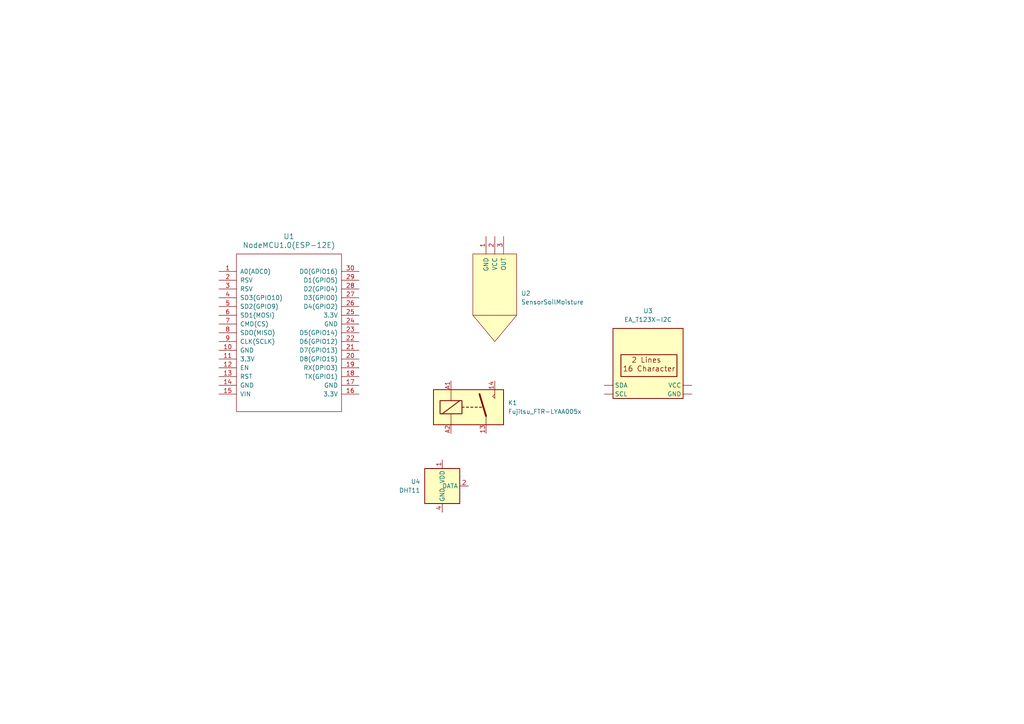
<source format=kicad_sch>
(kicad_sch (version 20231120) (generator "eeschema") (generator_version "8.0")
  (paper "A4")
  (lib_symbols
    (symbol "Display_Character:EA_T123X-I2C"
      (property "Reference" "U" (at -8.89 11.43 0))
      (property "Value" "EA_T123X-I2C" (at 3.556 11.684 0))
      (symbol "EA_T123X-I2C_0_0"
        (rectangle (start -7.874 2.54) (end 8.382 -3.81) (stroke (width 0.254)))
      )
      (symbol "EA_T123X-I2C_0_1"
        (rectangle (start -10.16 10.16) (end 10.16 -10.16) (stroke (width 0.254)) (fill (type background)))
      )
      (symbol "EA_T123X-I2C_1_0"
        (text "16 Character" (at -7.366 -1.524 0) (effects (font (size 1.524 1.524)) (justify left)))
        (text "2 Lines" (at -4.826 1.016 0) (effects (font (size 1.524 1.524)) (justify left)))
      )
      (symbol "EA_T123X-I2C_1_1"
        (pin input line (at 12.7 -8.89 180) (length 2.54) (name "GND") (number ""))
        (pin input line (at -12.7 -8.89 0) (length 2.54) (name "SCL") (number ""))
        (pin input line (at -12.7 -6.35 0) (length 2.54) (name "SDA") (number ""))
        (pin input line (at 12.7 -6.35 180) (length 2.54) (name "VCC") (number ""))
      )
    )
    (symbol "ESP8266:NodeMCU1.0(ESP-12E)" (pin_names (offset 1.016))
      (property "Reference" "U" (at 0 21.59 0))
      (property "Value" "NodeMCU1.0(ESP-12E)" (at 0 -21.59 0))
      (symbol "NodeMCU1.0(ESP-12E)_0_1"
        (rectangle (start -15.24 -22.86) (end 15.24 22.86))
      )
      (symbol "NodeMCU1.0(ESP-12E)_1_1"
        (pin input line (at -20.32 17.78 0) (length 5.08) (name "A0(ADC0)") (number "1"))
        (pin input line (at -20.32 -5.08 0) (length 5.08) (name "GND") (number "10"))
        (pin input line (at -20.32 -7.62 0) (length 5.08) (name "3.3V") (number "11"))
        (pin input line (at -20.32 -10.16 0) (length 5.08) (name "EN") (number "12"))
        (pin input line (at -20.32 -12.7 0) (length 5.08) (name "RST") (number "13"))
        (pin input line (at -20.32 -15.24 0) (length 5.08) (name "GND") (number "14"))
        (pin input line (at -20.32 -17.78 0) (length 5.08) (name "VIN") (number "15"))
        (pin input line (at 20.32 -17.78 180) (length 5.08) (name "3.3V") (number "16"))
        (pin input line (at 20.32 -15.24 180) (length 5.08) (name "GND") (number "17"))
        (pin input line (at 20.32 -12.7 180) (length 5.08) (name "TX(GPIO1)") (number "18"))
        (pin input line (at 20.32 -10.16 180) (length 5.08) (name "RX(DPIO3)") (number "19"))
        (pin input line (at -20.32 15.24 0) (length 5.08) (name "RSV") (number "2"))
        (pin input line (at 20.32 -7.62 180) (length 5.08) (name "D8(GPIO15)") (number "20"))
        (pin input line (at 20.32 -5.08 180) (length 5.08) (name "D7(GPIO13)") (number "21"))
        (pin input line (at 20.32 -2.54 180) (length 5.08) (name "D6(GPIO12)") (number "22"))
        (pin input line (at 20.32 0 180) (length 5.08) (name "D5(GPIO14)") (number "23"))
        (pin input line (at 20.32 2.54 180) (length 5.08) (name "GND") (number "24"))
        (pin input line (at 20.32 5.08 180) (length 5.08) (name "3.3V") (number "25"))
        (pin input line (at 20.32 7.62 180) (length 5.08) (name "D4(GPIO2)") (number "26"))
        (pin input line (at 20.32 10.16 180) (length 5.08) (name "D3(GPIO0)") (number "27"))
        (pin input line (at 20.32 12.7 180) (length 5.08) (name "D2(GPIO4)") (number "28"))
        (pin input line (at 20.32 15.24 180) (length 5.08) (name "D1(GPIO5)") (number "29"))
        (pin input line (at -20.32 12.7 0) (length 5.08) (name "RSV") (number "3"))
        (pin input line (at 20.32 17.78 180) (length 5.08) (name "D0(GPIO16)") (number "30"))
        (pin input line (at -20.32 10.16 0) (length 5.08) (name "SD3(GPIO10)") (number "4"))
        (pin input line (at -20.32 7.62 0) (length 5.08) (name "SD2(GPIO9)") (number "5"))
        (pin input line (at -20.32 5.08 0) (length 5.08) (name "SD1(MOSI)") (number "6"))
        (pin input line (at -20.32 2.54 0) (length 5.08) (name "CMD(CS)") (number "7"))
        (pin input line (at -20.32 0 0) (length 5.08) (name "SDO(MISO)") (number "8"))
        (pin input line (at -20.32 -2.54 0) (length 5.08) (name "CLK(SCLK)") (number "9"))
      )
    )
    (symbol "Relay:Fujitsu_FTR-LYAA005x"
      (property "Reference" "K" (at 11.43 3.81 0))
      (property "Value" "Fujitsu_FTR-LYAA005x" (at 11.43 1.27 0))
      (symbol "Fujitsu_FTR-LYAA005x_0_0"
        (polyline (pts (xy 7.62 5.08) (xy 7.62 2.54) (xy 6.985 3.175) (xy 7.62 3.81)))
      )
      (symbol "Fujitsu_FTR-LYAA005x_0_1"
        (rectangle (start -10.16 5.08) (end 10.16 -5.08) (stroke (width 0.254)) (fill (type background)))
        (rectangle (start -8.255 1.905) (end -1.905 -1.905) (stroke (width 0.254)))
        (polyline (pts (xy -7.62 -1.905) (xy -2.54 1.905)) (stroke (width 0.254)))
        (polyline (pts (xy -5.08 -5.08) (xy -5.08 -1.905)))
        (polyline (pts (xy -5.08 5.08) (xy -5.08 1.905)))
        (polyline (pts (xy -1.905 0) (xy -1.27 0)) (stroke (width 0.254)))
        (polyline (pts (xy -0.635 0) (xy 0 0)) (stroke (width 0.254)))
        (polyline (pts (xy 0.635 0) (xy 1.27 0)) (stroke (width 0.254)))
        (polyline (pts (xy 1.905 0) (xy 2.54 0)) (stroke (width 0.254)))
        (polyline (pts (xy 3.175 0) (xy 3.81 0)) (stroke (width 0.254)))
        (polyline (pts (xy 5.08 -2.54) (xy 3.175 3.81)) (stroke (width 0.508)))
        (polyline (pts (xy 5.08 -2.54) (xy 5.08 -5.08)))
      )
      (symbol "Fujitsu_FTR-LYAA005x_1_1"
        (pin passive line (at 5.08 -7.62 90) (length 2.54) (name "~") (number "13"))
        (pin passive line (at 7.62 7.62 270) (length 2.54) (name "~") (number "14"))
        (pin passive line (at -5.08 7.62 270) (length 2.54) (name "~") (number "A1"))
        (pin passive line (at -5.08 -7.62 90) (length 2.54) (name "~") (number "A2"))
      )
    )
    (symbol "Sensor:DHT11"
      (property "Reference" "U" (at -3.81 6.35 0))
      (property "Value" "DHT11" (at 3.81 6.35 0))
      (symbol "DHT11_0_1"
        (rectangle (start -5.08 5.08) (end 5.08 -5.08) (stroke (width 0.254)) (fill (type background)))
      )
      (symbol "DHT11_1_1"
        (pin power_in line (at 0 7.62 270) (length 2.54) (name "VDD") (number "1"))
        (pin bidirectional line (at 7.62 0 180) (length 2.54) (name "DATA") (number "2"))
        (pin no_connect line (at -5.08 0 0) (length 2.54) hide (name "NC") (number "3"))
        (pin power_in line (at 0 -7.62 90) (length 2.54) (name "GND") (number "4"))
      )
    )
    (symbol "ekayudhi:SensorSoilMoisture" (pin_names (offset 1.016))
      (property "Reference" "U" (at -7.62 6.35 0))
      (property "Value" "SensorSoilMoisture" (at 0 3.81 0))
      (symbol "SensorSoilMoisture_0_1"
        (rectangle (start -6.35 -3.81) (end 6.35 -21.59) (fill (type background)))
        (polyline (pts (xy -6.35 -21.59) (xy 0 -29.21) (xy 6.35 -21.59)) (fill (type background)))
      )
      (symbol "SensorSoilMoisture_1_1"
        (pin power_in line (at -2.54 1.27 270) (length 5.08) (name "GND") (number "1"))
        (pin power_in line (at 0 1.27 270) (length 5.08) (name "VCC") (number "2"))
        (pin output line (at 2.54 1.27 270) (length 5.08) (name "OUT") (number "3"))
      )
    )
  )
  (symbol (lib_id "ekayudhi:SensorSoilMoisture") (at 143.51 69.85 0) (unit 1)
    (property "Reference" "U2" (at 151.13 85.0899 0) (effects (justify left)))
    (property "Value" "SensorSoilMoisture" (at 151.13 87.6299 0) (effects (justify left)))
  )
  (symbol (lib_id "Sensor:DHT11") (at 128.27 140.97 0) (unit 1)
    (property "Reference" "U4" (at 121.92 139.6999 0) (effects (justify right)))
    (property "Value" "DHT11" (at 121.92 142.2399 0) (effects (justify right)))
    (property "Footprint" "Sensor:Aosong_DHT11_5.5x12.0_P2.54mm" (effects (hide yes)))
    (property "Datasheet" "http://akizukidenshi.com/download/ds/aosong/DHT11.pdf" (effects (hide yes)))
    (property "Description" "3.3V to 5.5V, temperature and humidity module, DHT11" (effects (hide yes)))
  )
  (symbol (lib_id "ESP8266:NodeMCU1.0(ESP-12E)") (at 83.82 96.52 0) (unit 1)
    (property "Reference" "U1" (at 83.82 68.58 0) (effects (font (size 1.524 1.524))))
    (property "Value" "NodeMCU1.0(ESP-12E)" (at 83.82 71.12 0) (effects (font (size 1.524 1.524))))
  )
  (symbol (lib_id "Relay:Fujitsu_FTR-LYAA005x") (at 135.89 118.11 0) (unit 1)
    (property "Reference" "K1" (at 147.32 116.8399 0) (effects (justify left)))
    (property "Value" "Fujitsu_FTR-LYAA005x" (at 147.32 119.3799 0) (effects (justify left)))
    (property "Footprint" "Relay_THT:Relay_SPST-NO_Fujitsu_FTR-LYAA005x_FormA_Vertical" (effects (hide yes)))
    (property "Datasheet" "https://www.fujitsu.com/sg/imagesgig5/ftr-ly.pdf" (effects (hide yes)))
    (property "Description" "Relay, SPST Form A, vertical mount, 5-60V coil, 6A, 250VAC, 28 x 5 x 15mm" (effects (hide yes)))
  )
  (symbol (lib_id "Display_Character:EA_T123X-I2C") (at 187.96 105.41 0) (unit 1)
    (property "Reference" "U3" (at 187.96 90.17 0))
    (property "Value" "EA_T123X-I2C" (at 187.96 92.71 0))
    (property "Footprint" "Display:EA_T123X-I2C" (effects (hide yes)))
    (property "Datasheet" "http://www.lcd-module.de/pdf/doma/t123-i2c.pdf" (effects (hide yes)))
    (property "Description" "3 Lines, 12 character alpha numeric LCD, transreflective STN and FSTN Gray, I2C, single or dual power" (effects (hide yes)))
  )
)
</source>
